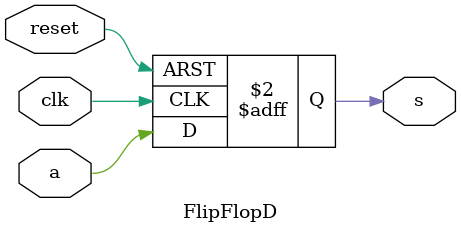
<source format=v>
module FlipFlopD(s, a, clk, reset);
    output reg s;   // Saída
    input  wire a;   // Entrada
    input  wire clk; // Clock
    input  wire reset; // Reset

    always @(posedge clk or posedge reset) begin
        
        // Reset assíncrono
        if (reset) begin
            s <= 1'b0;
        end
        else begin
            s <= a;
        end
    end

endmodule
</source>
